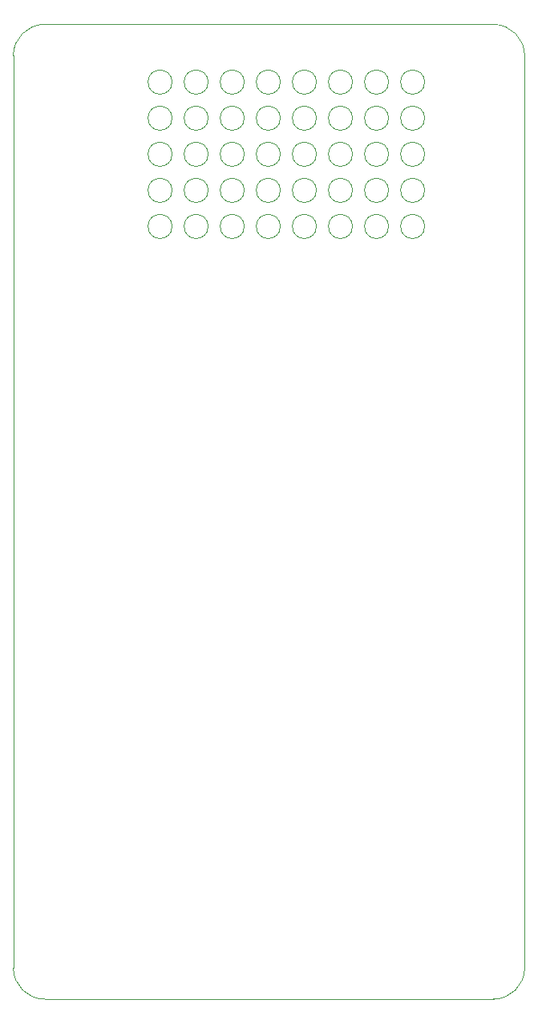
<source format=gbr>
%TF.GenerationSoftware,KiCad,Pcbnew,6.0.10-86aedd382b~118~ubuntu22.04.1*%
%TF.CreationDate,2023-01-20T17:58:32-05:00*%
%TF.ProjectId,picoco2,7069636f-636f-4322-9e6b-696361645f70,rev?*%
%TF.SameCoordinates,Original*%
%TF.FileFunction,Profile,NP*%
%FSLAX46Y46*%
G04 Gerber Fmt 4.6, Leading zero omitted, Abs format (unit mm)*
G04 Created by KiCad (PCBNEW 6.0.10-86aedd382b~118~ubuntu22.04.1) date 2023-01-20 17:58:32*
%MOMM*%
%LPD*%
G01*
G04 APERTURE LIST*
%TA.AperFunction,Profile*%
%ADD10C,0.100000*%
%TD*%
G04 APERTURE END LIST*
D10*
X39624000Y-9906000D02*
G75*
G03*
X39624000Y-9906000I-1270000J0D01*
G01*
X16764000Y-21336000D02*
G75*
G03*
X16764000Y-21336000I-1270000J0D01*
G01*
X28194000Y-17526000D02*
G75*
G03*
X28194000Y-17526000I-1270000J0D01*
G01*
X24384000Y-13716000D02*
G75*
G03*
X24384000Y-13716000I-1270000J0D01*
G01*
X54000000Y-3302000D02*
G75*
G03*
X50698000Y0I-3302000J0D01*
G01*
X16764000Y-13716000D02*
G75*
G03*
X16764000Y-13716000I-1270000J0D01*
G01*
X28194000Y-21336000D02*
G75*
G03*
X28194000Y-21336000I-1270000J0D01*
G01*
X16764000Y-17526000D02*
G75*
G03*
X16764000Y-17526000I-1270000J0D01*
G01*
X32004000Y-9906000D02*
G75*
G03*
X32004000Y-9906000I-1270000J0D01*
G01*
X16764000Y-9906000D02*
G75*
G03*
X16764000Y-9906000I-1270000J0D01*
G01*
X43434000Y-9906000D02*
G75*
G03*
X43434000Y-9906000I-1270000J0D01*
G01*
X50698000Y0D02*
X3300067Y1933D01*
X20574000Y-6096000D02*
G75*
G03*
X20574000Y-6096000I-1270000J0D01*
G01*
X32004000Y-21336000D02*
G75*
G03*
X32004000Y-21336000I-1270000J0D01*
G01*
X32004000Y-6096000D02*
G75*
G03*
X32004000Y-6096000I-1270000J0D01*
G01*
X43434000Y-17526000D02*
G75*
G03*
X43434000Y-17526000I-1270000J0D01*
G01*
X24384000Y-21336000D02*
G75*
G03*
X24384000Y-21336000I-1270000J0D01*
G01*
X35814000Y-17526000D02*
G75*
G03*
X35814000Y-17526000I-1270000J0D01*
G01*
X35814000Y-13716000D02*
G75*
G03*
X35814000Y-13716000I-1270000J0D01*
G01*
X35814000Y-21336000D02*
G75*
G03*
X35814000Y-21336000I-1270000J0D01*
G01*
X-1933Y-3300067D02*
X0Y-99618800D01*
X20574000Y-17526000D02*
G75*
G03*
X20574000Y-17526000I-1270000J0D01*
G01*
X28194000Y-13716000D02*
G75*
G03*
X28194000Y-13716000I-1270000J0D01*
G01*
X35814000Y-6096000D02*
G75*
G03*
X35814000Y-6096000I-1270000J0D01*
G01*
X43434000Y-21336000D02*
G75*
G03*
X43434000Y-21336000I-1270000J0D01*
G01*
X24384000Y-17526000D02*
G75*
G03*
X24384000Y-17526000I-1270000J0D01*
G01*
X28194000Y-6096000D02*
G75*
G03*
X28194000Y-6096000I-1270000J0D01*
G01*
X43434000Y-13716000D02*
G75*
G03*
X43434000Y-13716000I-1270000J0D01*
G01*
X3302000Y-102920800D02*
X50708333Y-102920800D01*
X32004000Y-13716000D02*
G75*
G03*
X32004000Y-13716000I-1270000J0D01*
G01*
X20574000Y-9906000D02*
G75*
G03*
X20574000Y-9906000I-1270000J0D01*
G01*
X32004000Y-17526000D02*
G75*
G03*
X32004000Y-17526000I-1270000J0D01*
G01*
X39624000Y-21336000D02*
G75*
G03*
X39624000Y-21336000I-1270000J0D01*
G01*
X20574000Y-21336000D02*
G75*
G03*
X20574000Y-21336000I-1270000J0D01*
G01*
X28194000Y-9906000D02*
G75*
G03*
X28194000Y-9906000I-1270000J0D01*
G01*
X39624000Y-17526000D02*
G75*
G03*
X39624000Y-17526000I-1270000J0D01*
G01*
X50708333Y-102920816D02*
G75*
G03*
X54000000Y-99618800I-33J3291716D01*
G01*
X0Y-99618800D02*
G75*
G03*
X3302000Y-102920800I3302000J0D01*
G01*
X39624000Y-6096000D02*
G75*
G03*
X39624000Y-6096000I-1270000J0D01*
G01*
X3300067Y1933D02*
G75*
G03*
X-1933Y-3300067I-1J-3301999D01*
G01*
X54000000Y-99618800D02*
X54000000Y-3302000D01*
X24384000Y-6096000D02*
G75*
G03*
X24384000Y-6096000I-1270000J0D01*
G01*
X39624000Y-13716000D02*
G75*
G03*
X39624000Y-13716000I-1270000J0D01*
G01*
X20574000Y-13716000D02*
G75*
G03*
X20574000Y-13716000I-1270000J0D01*
G01*
X43434000Y-6096000D02*
G75*
G03*
X43434000Y-6096000I-1270000J0D01*
G01*
X24384000Y-9906000D02*
G75*
G03*
X24384000Y-9906000I-1270000J0D01*
G01*
X35814000Y-9906000D02*
G75*
G03*
X35814000Y-9906000I-1270000J0D01*
G01*
X16764000Y-6096000D02*
G75*
G03*
X16764000Y-6096000I-1270000J0D01*
G01*
M02*

</source>
